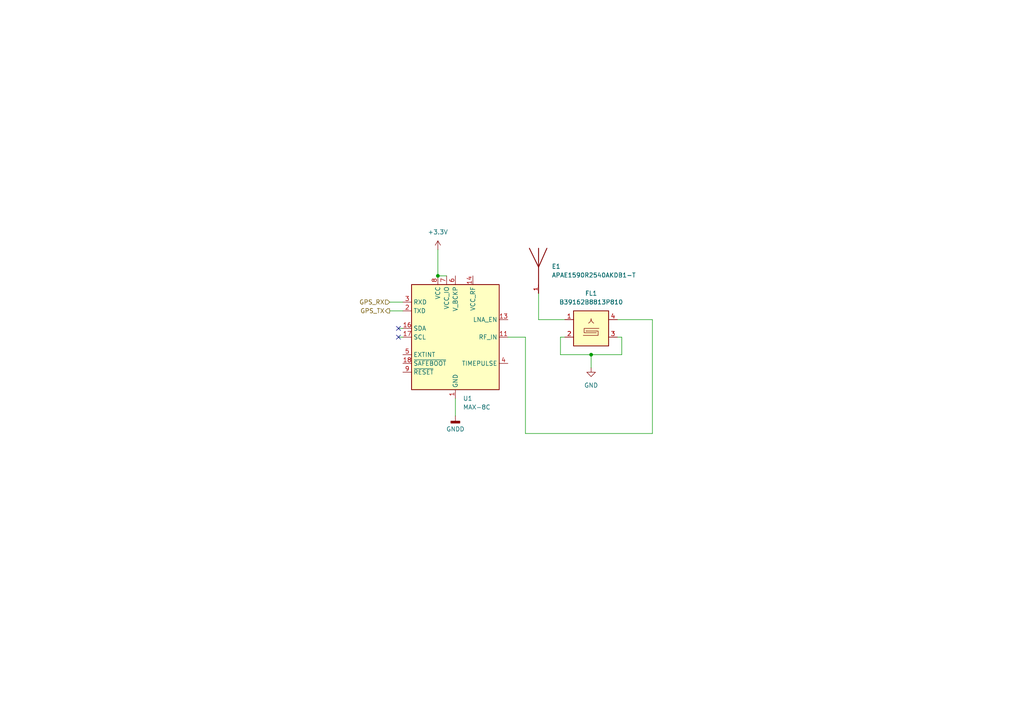
<source format=kicad_sch>
(kicad_sch (version 20231120) (generator "eeschema") (generator_version "8.0")
  (paper "A4")
  (lib_symbols
    (symbol "APAE1590R2540AKDB1-T:APAE1590R2540AKDB1-T" (pin_names (offset 1.016))
      (property "Reference" "E" (at 2.8004 5.8496 0))
      (property "Value" "APAE1590R2540AKDB1-T" (at 2.6732 3.813 0))
      (symbol "APAE1590R2540AKDB1-T_0_0"
        (polyline (pts (xy 0 2.54) (xy -2.667 8.001)) (stroke (width 0.254)))
        (polyline (pts (xy 0 2.54) (xy 0 -5.08)) (stroke (width 0.254)))
        (polyline (pts (xy 0 8.001) (xy 0 2.54)) (stroke (width 0.254)))
        (polyline (pts (xy 2.413 8.001) (xy 0 2.54)) (stroke (width 0.254)))
        (pin input line (at 0 -5.08 90) (length 2.54) (name "~") (number "1"))
      )
    )
    (symbol "Filter:B39162B8813P810" (pin_names (offset 1.016))
      (property "Reference" "FL" (at 2.54 -6.35 0))
      (property "Value" "B39162B8813P810" (at 0 6.35 0))
      (symbol "B39162B8813P810_0_1"
        (rectangle (start -5.08 5.08) (end 5.08 -5.08) (stroke (width 0.254)) (fill (type background)))
        (arc (start -0.762 1.524) (mid -0.1988 2.0511) (end 0 2.794))
        (polyline (pts (xy -1.524 -0.762) (xy -1.27 -0.762)))
        (polyline (pts (xy 1.524 -1.27) (xy -1.524 -1.27)))
        (polyline (pts (xy 1.524 -0.762) (xy -1.27 -0.762)))
        (polyline (pts (xy -1.524 -1.27) (xy -2.032 -1.27) (xy -2.032 0) (xy 2.286 0)))
        (polyline (pts (xy 1.524 -0.762) (xy 2.032 -0.762) (xy 2.032 -2.032) (xy -2.286 -2.032)))
        (arc (start 0 2.794) (mid 0.2065 2.0558) (end 0.762 1.524))
      )
      (symbol "B39162B8813P810_1_1"
        (pin passive line (at -7.62 2.54 0) (length 2.54) (name "~") (number "1"))
        (pin passive line (at -7.62 -2.54 0) (length 2.54) (name "~") (number "2"))
        (pin passive line (at 7.62 -2.54 180) (length 2.54) (name "~") (number "3"))
        (pin passive line (at 7.62 2.54 180) (length 2.54) (name "~") (number "4"))
        (pin passive line (at -7.62 -2.54 0) (length 2.54) hide (name "~") (number "5"))
      )
    )
    (symbol "RF_GPS:MAX-8C"
      (property "Reference" "U" (at -10.16 16.51 0))
      (property "Value" "MAX-8C" (at 11.43 16.51 0))
      (symbol "MAX-8C_0_1"
        (rectangle (start 12.7 15.24) (end -12.7 -15.24) (stroke (width 0.254)) (fill (type background)))
      )
      (symbol "MAX-8C_1_1"
        (pin power_in line (at 0 -17.78 90) (length 2.54) (name "GND") (number "1"))
        (pin passive line (at 0 -17.78 90) (length 2.54) hide (name "GND") (number "10"))
        (pin input line (at 15.24 0 180) (length 2.54) (name "RF_IN") (number "11"))
        (pin passive line (at 0 -17.78 90) (length 2.54) hide (name "GND") (number "12"))
        (pin output line (at 15.24 5.08 180) (length 2.54) (name "LNA_EN") (number "13"))
        (pin power_out line (at 5.08 17.78 270) (length 2.54) (name "VCC_RF") (number "14"))
        (pin no_connect line (at 12.7 -5.08 180) (length 2.54) hide (name "Reserved") (number "15"))
        (pin bidirectional line (at -15.24 2.54 0) (length 2.54) (name "SDA") (number "16"))
        (pin input line (at -15.24 0 0) (length 2.54) (name "SCL") (number "17"))
        (pin input line (at -15.24 -7.62 0) (length 2.54) (name "~{SAFEBOOT}") (number "18"))
        (pin output line (at -15.24 7.62 0) (length 2.54) (name "TXD") (number "2"))
        (pin input line (at -15.24 10.16 0) (length 2.54) (name "RXD") (number "3"))
        (pin output line (at 15.24 -7.62 180) (length 2.54) (name "TIMEPULSE") (number "4"))
        (pin input line (at -15.24 -5.08 0) (length 2.54) (name "EXTINT") (number "5"))
        (pin power_in line (at 0 17.78 270) (length 2.54) (name "V_BCKP") (number "6"))
        (pin power_in line (at -2.54 17.78 270) (length 2.54) (name "VCC_IO") (number "7"))
        (pin power_in line (at -5.08 17.78 270) (length 2.54) (name "VCC") (number "8"))
        (pin input line (at -15.24 -10.16 0) (length 2.54) (name "~{RESET}") (number "9"))
      )
    )
    (symbol "power:+3.3V" (power) (pin_numbers hide) (pin_names (offset 0) hide)
      (property "Value" "+3.3V" (at 0 3.556 0))
      (symbol "+3.3V_0_1"
        (polyline (pts (xy -0.762 1.27) (xy 0 2.54)))
        (polyline (pts (xy 0 0) (xy 0 2.54)))
        (polyline (pts (xy 0 2.54) (xy 0.762 1.27)))
      )
      (symbol "+3.3V_1_1"
        (pin power_in line (at 0 0 90) (length 0) (name "~") (number "1"))
      )
    )
    (symbol "power:GND" (power) (pin_numbers hide) (pin_names (offset 0) hide)
      (property "Value" "GND" (at 0 -3.81 0))
      (symbol "GND_0_1"
        (polyline (pts (xy 0 0) (xy 0 -1.27) (xy 1.27 -1.27) (xy 0 -2.54) (xy -1.27 -1.27) (xy 0 -1.27)))
      )
      (symbol "GND_1_1"
        (pin power_in line (at 0 0 270) (length 0) (name "~") (number "1"))
      )
    )
    (symbol "power:GNDD" (power) (pin_numbers hide) (pin_names (offset 0) hide)
      (property "Value" "GNDD" (at 0 -3.175 0))
      (symbol "GNDD_0_1"
        (rectangle (start -1.27 -1.524) (end 1.27 -2.032) (stroke (width 0.254)) (fill (type outline)))
        (polyline (pts (xy 0 0) (xy 0 -1.524)))
      )
      (symbol "GNDD_1_1"
        (pin power_in line (at 0 0 270) (length 0) (name "~") (number "1"))
      )
    )
  )
  (junction (at 171.45 102.87))
  (junction (at 127 80.01))
  (no_connect (at 115.57 95.25))
  (no_connect (at 115.57 97.79))
  (wire (pts (xy 132.08 120.65) (xy 132.08 115.57)))
  (wire (pts (xy 127 80.01) (xy 129.54 80.01)))
  (wire (pts (xy 162.56 97.79) (xy 162.56 102.87)))
  (wire (pts (xy 115.57 95.25) (xy 116.84 95.25)))
  (wire (pts (xy 189.23 125.73) (xy 189.23 92.71)))
  (wire (pts (xy 152.4 97.79) (xy 152.4 125.73)))
  (wire (pts (xy 113.03 87.63) (xy 116.84 87.63)))
  (wire (pts (xy 180.34 97.79) (xy 179.07 97.79)))
  (wire (pts (xy 189.23 92.71) (xy 179.07 92.71)))
  (wire (pts (xy 127 72.39) (xy 127 80.01)))
  (wire (pts (xy 171.45 102.87) (xy 180.34 102.87)))
  (wire (pts (xy 180.34 102.87) (xy 180.34 97.79)))
  (wire (pts (xy 163.83 92.71) (xy 156.21 92.71)))
  (wire (pts (xy 163.83 97.79) (xy 162.56 97.79)))
  (wire (pts (xy 152.4 125.73) (xy 189.23 125.73)))
  (wire (pts (xy 156.21 85.09) (xy 156.21 92.71)))
  (wire (pts (xy 115.57 97.79) (xy 116.84 97.79)))
  (wire (pts (xy 171.45 102.87) (xy 171.45 106.68)))
  (wire (pts (xy 147.32 97.79) (xy 152.4 97.79)))
  (wire (pts (xy 162.56 102.87) (xy 171.45 102.87)))
  (wire (pts (xy 113.03 90.17) (xy 116.84 90.17)))
  (hierarchical_label "GPS_RX" (shape input) (at 113.03 87.63 180))
  (hierarchical_label "GPS_TX" (shape output) (at 113.03 90.17 180))
  (symbol (lib_id "power:GNDD") (at 132.08 120.65 0) (unit 1)
    (property "Reference" "#PWR02" (effects (hide yes)))
    (property "Value" "GNDD" (at 132.08 124.46 0))
    (property "Description" "Power symbol creates a global label with name \"GNDD\" , digital ground" (effects (hide yes)))
  )
  (symbol (lib_id "Filter:B39162B8813P810") (at 171.45 95.25 0) (unit 1)
    (property "Reference" "FL1" (at 171.45 85.09 0))
    (property "Value" "B39162B8813P810" (at 171.45 87.63 0))
    (property "Footprint" "Filter:Filter_1109-5_1.1x0.9mm" (effects (hide yes)))
    (property "Datasheet" "https://product.tdk.com/search-template/en/documents/data_sheet/40/ds/mc/B9482.pdf" (effects (hide yes)))
    (property "Description" "1582.47MHz SAW filter, SMD 1109" (effects (hide yes)))
  )
  (symbol (lib_id "power:+3.3V") (at 127 72.39 0) (unit 1)
    (property "Reference" "#PWR01" (effects (hide yes)))
    (property "Value" "+3.3V" (at 127 67.31 0))
    (property "Description" "Power symbol creates a global label with name \"+3.3V\"" (effects (hide yes)))
  )
  (symbol (lib_id "power:GND") (at 171.45 106.68 0) (unit 1)
    (property "Reference" "#PWR031" (effects (hide yes)))
    (property "Value" "GND" (at 171.45 111.76 0))
    (property "Description" "Power symbol creates a global label with name \"GND\" , ground" (effects (hide yes)))
  )
  (symbol (lib_id "APAE1590R2540AKDB1-T:APAE1590R2540AKDB1-T") (at 156.21 80.01 0) (unit 1)
    (property "Reference" "E1" (at 160.02 77.2794 0) (effects (justify left)))
    (property "Value" "APAE1590R2540AKDB1-T" (at 160.02 79.8194 0) (effects (justify left)))
    (property "Footprint" "APAE1590R2540AKDB1_T:XDCR_APAE1590R2540AKDB1-T" (effects (hide yes)))
    (property "PARTREV" "-" (effects (hide yes)))
    (property "SNAPEDA_PN" "APAE1590R2540AKDB1-T" (effects (hide yes)))
    (property "STANDARD" "IPC-7351B" (effects (hide yes)))
    (property "MAXIMUM_PACKAGE_HEIGHT" "4.7mm" (effects (hide yes)))
    (property "MANUFACTURER" "Abracon" (effects (hide yes)))
  )
  (symbol (lib_id "RF_GPS:MAX-8C") (at 132.08 97.79 0) (unit 1)
    (property "Reference" "U1" (at 134.2741 115.57 0) (effects (justify left)))
    (property "Value" "MAX-8C" (at 134.2741 118.11 0) (effects (justify left)))
    (property "Footprint" "RF_GPS:ublox_MAX" (effects (hide yes)))
    (property "Datasheet" "https://www.u-blox.com/sites/default/files/MAX-8_DataSheet_%28UBX-16000093%29.pdf" (effects (hide yes)))
    (property "Description" "GNSS Module MAX M8, VCC 1.65V to 3.6V" (effects (hide yes)))
  )
)
</source>
